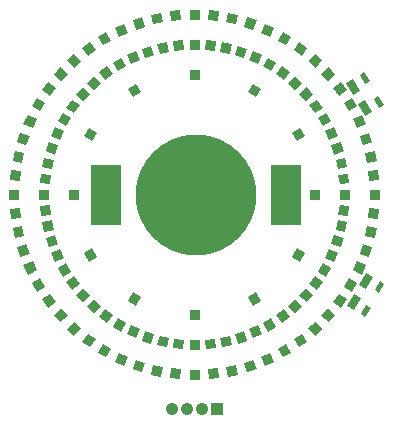
<source format=gbs>
G04 #@! TF.FileFunction,Soldermask,Bot*
%FSLAX46Y46*%
G04 Gerber Fmt 4.6, Leading zero omitted, Abs format (unit mm)*
G04 Created by KiCad (PCBNEW 4.0.6) date 08/27/17 16:41:40*
%MOMM*%
%LPD*%
G01*
G04 APERTURE LIST*
%ADD10C,0.100000*%
%ADD11R,0.840000X0.840000*%
%ADD12C,0.340000*%
%ADD13C,10.240000*%
%ADD14R,2.540000X5.140000*%
%ADD15R,1.040000X1.040000*%
%ADD16O,1.040000X1.040000*%
G04 APERTURE END LIST*
D10*
G36*
X113068078Y-119431369D02*
X112470520Y-119086369D01*
X113060520Y-118064459D01*
X113658078Y-118409459D01*
X113068078Y-119431369D01*
X113068078Y-119431369D01*
G37*
G36*
X112038078Y-121215381D02*
X111440520Y-120870381D01*
X112030520Y-119848471D01*
X112628078Y-120193471D01*
X112038078Y-121215381D01*
X112038078Y-121215381D01*
G37*
G36*
X114183026Y-119740221D02*
X113801974Y-119520221D01*
X114246974Y-118749459D01*
X114628026Y-118969459D01*
X114183026Y-119740221D01*
X114183026Y-119740221D01*
G37*
G36*
X113008026Y-121775381D02*
X112626974Y-121555381D01*
X113071974Y-120784619D01*
X113453026Y-121004619D01*
X113008026Y-121775381D01*
X113008026Y-121775381D01*
G37*
G36*
X112549712Y-102653949D02*
X111952154Y-102998949D01*
X111362154Y-101977039D01*
X111959712Y-101632039D01*
X112549712Y-102653949D01*
X112549712Y-102653949D01*
G37*
G36*
X113579712Y-104437961D02*
X112982154Y-104782961D01*
X112392154Y-103761051D01*
X112989712Y-103416051D01*
X113579712Y-104437961D01*
X113579712Y-104437961D01*
G37*
G36*
X113374660Y-101842801D02*
X112993608Y-102062801D01*
X112548608Y-101292039D01*
X112929660Y-101072039D01*
X113374660Y-101842801D01*
X113374660Y-101842801D01*
G37*
G36*
X114549660Y-103877961D02*
X114168608Y-104097961D01*
X113723608Y-103327199D01*
X114104660Y-103107199D01*
X114549660Y-103877961D01*
X114549660Y-103877961D01*
G37*
G36*
X103789731Y-103214521D02*
X103062269Y-102794521D01*
X103482269Y-102067059D01*
X104209731Y-102487059D01*
X103789731Y-103214521D01*
X103789731Y-103214521D01*
G37*
D11*
X98550000Y-101278000D03*
D10*
G36*
X94037731Y-102794521D02*
X93310269Y-103214521D01*
X92890269Y-102487059D01*
X93617731Y-102067059D01*
X94037731Y-102794521D01*
X94037731Y-102794521D01*
G37*
G36*
X90314521Y-106210269D02*
X89894521Y-106937731D01*
X89167059Y-106517731D01*
X89587059Y-105790269D01*
X90314521Y-106210269D01*
X90314521Y-106210269D01*
G37*
D11*
X88378000Y-111450000D03*
D10*
G36*
X89894521Y-115962268D02*
X90314521Y-116689730D01*
X89587059Y-117109730D01*
X89167059Y-116382268D01*
X89894521Y-115962268D01*
X89894521Y-115962268D01*
G37*
G36*
X93310270Y-119685479D02*
X94037732Y-120105479D01*
X93617732Y-120832941D01*
X92890270Y-120412941D01*
X93310270Y-119685479D01*
X93310270Y-119685479D01*
G37*
D11*
X98550000Y-121622000D03*
D10*
G36*
X103062269Y-120105479D02*
X103789731Y-119685479D01*
X104209731Y-120412941D01*
X103482269Y-120832941D01*
X103062269Y-120105479D01*
X103062269Y-120105479D01*
G37*
G36*
X106785479Y-116689730D02*
X107205479Y-115962268D01*
X107932941Y-116382268D01*
X107512941Y-117109730D01*
X106785479Y-116689730D01*
X106785479Y-116689730D01*
G37*
D11*
X108722000Y-111450000D03*
D10*
G36*
X110818565Y-110582835D02*
X110730761Y-109747437D01*
X111566159Y-109659633D01*
X111653963Y-110495031D01*
X110818565Y-110582835D01*
X110818565Y-110582835D01*
G37*
G36*
X110660713Y-109305172D02*
X110486067Y-108483528D01*
X111307711Y-108308882D01*
X111482357Y-109130526D01*
X110660713Y-109305172D01*
X110660713Y-109305172D01*
G37*
G36*
X110370173Y-108051008D02*
X110110599Y-107252120D01*
X110909487Y-106992546D01*
X111169061Y-107791434D01*
X110370173Y-108051008D01*
X110370173Y-108051008D01*
G37*
G36*
X109950129Y-106834082D02*
X109608471Y-106066704D01*
X110375849Y-105725046D01*
X110717507Y-106492424D01*
X109950129Y-106834082D01*
X109950129Y-106834082D01*
G37*
G36*
X109405183Y-105667731D02*
X108985183Y-104940269D01*
X109712645Y-104520269D01*
X110132645Y-105247731D01*
X109405183Y-105667731D01*
X109405183Y-105667731D01*
G37*
G36*
X108741306Y-104564731D02*
X108247566Y-103885157D01*
X108927140Y-103391417D01*
X109420880Y-104070991D01*
X108741306Y-104564731D01*
X108741306Y-104564731D01*
G37*
G36*
X107965770Y-103537168D02*
X107403700Y-102912926D01*
X108027942Y-102350856D01*
X108590012Y-102975098D01*
X107965770Y-103537168D01*
X107965770Y-103537168D01*
G37*
G36*
X107087074Y-102596300D02*
X106462832Y-102034230D01*
X107024902Y-101409988D01*
X107649144Y-101972058D01*
X107087074Y-102596300D01*
X107087074Y-102596300D01*
G37*
G36*
X106114843Y-101752434D02*
X105435269Y-101258694D01*
X105929009Y-100579120D01*
X106608583Y-101072860D01*
X106114843Y-101752434D01*
X106114843Y-101752434D01*
G37*
G36*
X105059731Y-101014817D02*
X104332269Y-100594817D01*
X104752269Y-99867355D01*
X105479731Y-100287355D01*
X105059731Y-101014817D01*
X105059731Y-101014817D01*
G37*
G36*
X103933296Y-100391529D02*
X103165918Y-100049871D01*
X103507576Y-99282493D01*
X104274954Y-99624151D01*
X103933296Y-100391529D01*
X103933296Y-100391529D01*
G37*
G36*
X102747880Y-99889401D02*
X101948992Y-99629827D01*
X102208566Y-98830939D01*
X103007454Y-99090513D01*
X102747880Y-99889401D01*
X102747880Y-99889401D01*
G37*
G36*
X113344651Y-110317333D02*
X113256847Y-109481935D01*
X114092245Y-109394131D01*
X114180049Y-110229529D01*
X113344651Y-110317333D01*
X113344651Y-110317333D01*
G37*
G36*
X113145207Y-108777077D02*
X112970561Y-107955433D01*
X113792205Y-107780787D01*
X113966851Y-108602431D01*
X113145207Y-108777077D01*
X113145207Y-108777077D01*
G37*
G36*
X112785857Y-107266105D02*
X112526283Y-106467217D01*
X113325171Y-106207643D01*
X113584745Y-107006531D01*
X112785857Y-107266105D01*
X112785857Y-107266105D01*
G37*
G36*
X112270535Y-105800971D02*
X111928877Y-105033593D01*
X112696255Y-104691935D01*
X113037913Y-105459313D01*
X112270535Y-105800971D01*
X112270535Y-105800971D01*
G37*
G36*
X111604888Y-104397731D02*
X111184888Y-103670269D01*
X111912350Y-103250269D01*
X112332350Y-103977731D01*
X111604888Y-104397731D01*
X111604888Y-104397731D01*
G37*
G36*
X110796209Y-103071757D02*
X110302469Y-102392183D01*
X110982043Y-101898443D01*
X111475783Y-102578017D01*
X110796209Y-103071757D01*
X110796209Y-103071757D01*
G37*
G36*
X109853358Y-101837577D02*
X109291288Y-101213335D01*
X109915530Y-100651265D01*
X110477600Y-101275507D01*
X109853358Y-101837577D01*
X109853358Y-101837577D01*
G37*
G36*
X108786665Y-100708712D02*
X108162423Y-100146642D01*
X108724493Y-99522400D01*
X109348735Y-100084470D01*
X108786665Y-100708712D01*
X108786665Y-100708712D01*
G37*
G36*
X107607817Y-99697531D02*
X106928243Y-99203791D01*
X107421983Y-98524217D01*
X108101557Y-99017957D01*
X107607817Y-99697531D01*
X107607817Y-99697531D01*
G37*
G36*
X106329731Y-98815112D02*
X105602269Y-98395112D01*
X106022269Y-97667650D01*
X106749731Y-98087650D01*
X106329731Y-98815112D01*
X106329731Y-98815112D01*
G37*
G36*
X104966407Y-98071123D02*
X104199029Y-97729465D01*
X104540687Y-96962087D01*
X105308065Y-97303745D01*
X104966407Y-98071123D01*
X104966407Y-98071123D01*
G37*
G36*
X103532783Y-97473717D02*
X102733895Y-97214143D01*
X102993469Y-96415255D01*
X103792357Y-96674829D01*
X103532783Y-97473717D01*
X103532783Y-97473717D01*
G37*
G36*
X101516472Y-99513933D02*
X100694828Y-99339287D01*
X100869474Y-98517643D01*
X101691118Y-98692289D01*
X101516472Y-99513933D01*
X101516472Y-99513933D01*
G37*
G36*
X100252563Y-99269239D02*
X99417165Y-99181435D01*
X99504969Y-98346037D01*
X100340367Y-98433841D01*
X100252563Y-99269239D01*
X100252563Y-99269239D01*
G37*
D11*
X98550000Y-98738000D03*
D10*
G36*
X97682835Y-99181435D02*
X96847437Y-99269239D01*
X96759633Y-98433841D01*
X97595031Y-98346037D01*
X97682835Y-99181435D01*
X97682835Y-99181435D01*
G37*
G36*
X96405172Y-99339287D02*
X95583528Y-99513933D01*
X95408882Y-98692289D01*
X96230526Y-98517643D01*
X96405172Y-99339287D01*
X96405172Y-99339287D01*
G37*
G36*
X95151008Y-99629827D02*
X94352120Y-99889401D01*
X94092546Y-99090513D01*
X94891434Y-98830939D01*
X95151008Y-99629827D01*
X95151008Y-99629827D01*
G37*
G36*
X93934082Y-100049871D02*
X93166704Y-100391529D01*
X92825046Y-99624151D01*
X93592424Y-99282493D01*
X93934082Y-100049871D01*
X93934082Y-100049871D01*
G37*
G36*
X92767731Y-100594817D02*
X92040269Y-101014817D01*
X91620269Y-100287355D01*
X92347731Y-99867355D01*
X92767731Y-100594817D01*
X92767731Y-100594817D01*
G37*
G36*
X91664731Y-101258694D02*
X90985157Y-101752434D01*
X90491417Y-101072860D01*
X91170991Y-100579120D01*
X91664731Y-101258694D01*
X91664731Y-101258694D01*
G37*
G36*
X90637168Y-102034230D02*
X90012926Y-102596300D01*
X89450856Y-101972058D01*
X90075098Y-101409988D01*
X90637168Y-102034230D01*
X90637168Y-102034230D01*
G37*
G36*
X89696300Y-102912926D02*
X89134230Y-103537168D01*
X88509988Y-102975098D01*
X89072058Y-102350856D01*
X89696300Y-102912926D01*
X89696300Y-102912926D01*
G37*
G36*
X88852434Y-103885157D02*
X88358694Y-104564731D01*
X87679120Y-104070991D01*
X88172860Y-103391417D01*
X88852434Y-103885157D01*
X88852434Y-103885157D01*
G37*
G36*
X102044567Y-97029439D02*
X101222923Y-96854793D01*
X101397569Y-96033149D01*
X102219213Y-96207795D01*
X102044567Y-97029439D01*
X102044567Y-97029439D01*
G37*
G36*
X100518065Y-96743153D02*
X99682667Y-96655349D01*
X99770471Y-95819951D01*
X100605869Y-95907755D01*
X100518065Y-96743153D01*
X100518065Y-96743153D01*
G37*
D11*
X98550000Y-96198000D03*
D10*
G36*
X97417333Y-96655349D02*
X96581935Y-96743153D01*
X96494131Y-95907755D01*
X97329529Y-95819951D01*
X97417333Y-96655349D01*
X97417333Y-96655349D01*
G37*
G36*
X95877077Y-96854793D02*
X95055433Y-97029439D01*
X94880787Y-96207795D01*
X95702431Y-96033149D01*
X95877077Y-96854793D01*
X95877077Y-96854793D01*
G37*
G36*
X91497731Y-98395112D02*
X90770269Y-98815112D01*
X90350269Y-98087650D01*
X91077731Y-97667650D01*
X91497731Y-98395112D01*
X91497731Y-98395112D01*
G37*
G36*
X88937577Y-100146642D02*
X88313335Y-100708712D01*
X87751265Y-100084470D01*
X88375507Y-99522400D01*
X88937577Y-100146642D01*
X88937577Y-100146642D01*
G37*
G36*
X87808712Y-101213335D02*
X87246642Y-101837577D01*
X86622400Y-101275507D01*
X87184470Y-100651265D01*
X87808712Y-101213335D01*
X87808712Y-101213335D01*
G37*
G36*
X86797531Y-102392183D02*
X86303791Y-103071757D01*
X85624217Y-102578017D01*
X86117957Y-101898443D01*
X86797531Y-102392183D01*
X86797531Y-102392183D01*
G37*
G36*
X88114817Y-104940269D02*
X87694817Y-105667731D01*
X86967355Y-105247731D01*
X87387355Y-104520269D01*
X88114817Y-104940269D01*
X88114817Y-104940269D01*
G37*
G36*
X87491529Y-106066704D02*
X87149871Y-106834082D01*
X86382493Y-106492424D01*
X86724151Y-105725046D01*
X87491529Y-106066704D01*
X87491529Y-106066704D01*
G37*
G36*
X86989401Y-107252120D02*
X86729827Y-108051008D01*
X85930939Y-107791434D01*
X86190513Y-106992546D01*
X86989401Y-107252120D01*
X86989401Y-107252120D01*
G37*
G36*
X86613933Y-108483528D02*
X86439287Y-109305172D01*
X85617643Y-109130526D01*
X85792289Y-108308882D01*
X86613933Y-108483528D01*
X86613933Y-108483528D01*
G37*
G36*
X86369239Y-109747437D02*
X86281435Y-110582835D01*
X85446037Y-110495031D01*
X85533841Y-109659633D01*
X86369239Y-109747437D01*
X86369239Y-109747437D01*
G37*
D11*
X85838000Y-111450000D03*
D10*
G36*
X86281435Y-112317165D02*
X86369239Y-113152563D01*
X85533841Y-113240367D01*
X85446037Y-112404969D01*
X86281435Y-112317165D01*
X86281435Y-112317165D01*
G37*
G36*
X86439287Y-113594828D02*
X86613933Y-114416472D01*
X85792289Y-114591118D01*
X85617643Y-113769474D01*
X86439287Y-113594828D01*
X86439287Y-113594828D01*
G37*
G36*
X86729827Y-114848992D02*
X86989401Y-115647880D01*
X86190513Y-115907454D01*
X85930939Y-115108566D01*
X86729827Y-114848992D01*
X86729827Y-114848992D01*
G37*
G36*
X87149871Y-116065918D02*
X87491529Y-116833296D01*
X86724151Y-117174954D01*
X86382493Y-116407576D01*
X87149871Y-116065918D01*
X87149871Y-116065918D01*
G37*
G36*
X87694817Y-117232268D02*
X88114817Y-117959730D01*
X87387355Y-118379730D01*
X86967355Y-117652268D01*
X87694817Y-117232268D01*
X87694817Y-117232268D01*
G37*
G36*
X88358694Y-118335269D02*
X88852434Y-119014843D01*
X88172860Y-119508583D01*
X87679120Y-118829009D01*
X88358694Y-118335269D01*
X88358694Y-118335269D01*
G37*
G36*
X85171123Y-105033593D02*
X84829465Y-105800971D01*
X84062087Y-105459313D01*
X84403745Y-104691935D01*
X85171123Y-105033593D01*
X85171123Y-105033593D01*
G37*
G36*
X84573717Y-106467217D02*
X84314143Y-107266105D01*
X83515255Y-107006531D01*
X83774829Y-106207643D01*
X84573717Y-106467217D01*
X84573717Y-106467217D01*
G37*
G36*
X83843153Y-109481935D02*
X83755349Y-110317333D01*
X82919951Y-110229529D01*
X83007755Y-109394131D01*
X83843153Y-109481935D01*
X83843153Y-109481935D01*
G37*
D11*
X83298000Y-111450000D03*
D10*
G36*
X83755349Y-112582667D02*
X83843153Y-113418065D01*
X83007755Y-113505869D01*
X82919951Y-112670471D01*
X83755349Y-112582667D01*
X83755349Y-112582667D01*
G37*
G36*
X83954793Y-114122923D02*
X84129439Y-114944567D01*
X83307795Y-115119213D01*
X83133149Y-114297569D01*
X83954793Y-114122923D01*
X83954793Y-114122923D01*
G37*
G36*
X84314143Y-115633895D02*
X84573717Y-116432783D01*
X83774829Y-116692357D01*
X83515255Y-115893469D01*
X84314143Y-115633895D01*
X84314143Y-115633895D01*
G37*
G36*
X84829465Y-117099029D02*
X85171123Y-117866407D01*
X84403745Y-118208065D01*
X84062087Y-117440687D01*
X84829465Y-117099029D01*
X84829465Y-117099029D01*
G37*
G36*
X85495112Y-118502268D02*
X85915112Y-119229730D01*
X85187650Y-119649730D01*
X84767650Y-118922268D01*
X85495112Y-118502268D01*
X85495112Y-118502268D01*
G37*
G36*
X86303791Y-119828243D02*
X86797531Y-120507817D01*
X86117957Y-121001557D01*
X85624217Y-120321983D01*
X86303791Y-119828243D01*
X86303791Y-119828243D01*
G37*
G36*
X89134230Y-119362832D02*
X89696300Y-119987074D01*
X89072058Y-120549144D01*
X88509988Y-119924902D01*
X89134230Y-119362832D01*
X89134230Y-119362832D01*
G37*
G36*
X90012926Y-120303700D02*
X90637168Y-120865770D01*
X90075098Y-121490012D01*
X89450856Y-120927942D01*
X90012926Y-120303700D01*
X90012926Y-120303700D01*
G37*
G36*
X90985157Y-121147566D02*
X91664731Y-121641306D01*
X91170991Y-122320880D01*
X90491417Y-121827140D01*
X90985157Y-121147566D01*
X90985157Y-121147566D01*
G37*
G36*
X92040270Y-121885183D02*
X92767732Y-122305183D01*
X92347732Y-123032645D01*
X91620270Y-122612645D01*
X92040270Y-121885183D01*
X92040270Y-121885183D01*
G37*
G36*
X93166704Y-122508471D02*
X93934082Y-122850129D01*
X93592424Y-123617507D01*
X92825046Y-123275849D01*
X93166704Y-122508471D01*
X93166704Y-122508471D01*
G37*
G36*
X94352120Y-123010599D02*
X95151008Y-123270173D01*
X94891434Y-124069061D01*
X94092546Y-123809487D01*
X94352120Y-123010599D01*
X94352120Y-123010599D01*
G37*
G36*
X95583528Y-123386067D02*
X96405172Y-123560713D01*
X96230526Y-124382357D01*
X95408882Y-124207711D01*
X95583528Y-123386067D01*
X95583528Y-123386067D01*
G37*
G36*
X96847437Y-123630761D02*
X97682835Y-123718565D01*
X97595031Y-124553963D01*
X96759633Y-124466159D01*
X96847437Y-123630761D01*
X96847437Y-123630761D01*
G37*
D11*
X98550000Y-124162000D03*
D10*
G36*
X99417165Y-123718565D02*
X100252563Y-123630761D01*
X100340367Y-124466159D01*
X99504969Y-124553963D01*
X99417165Y-123718565D01*
X99417165Y-123718565D01*
G37*
G36*
X100694828Y-123560713D02*
X101516472Y-123386067D01*
X101691118Y-124207711D01*
X100869474Y-124382357D01*
X100694828Y-123560713D01*
X100694828Y-123560713D01*
G37*
G36*
X101948992Y-123270173D02*
X102747880Y-123010599D01*
X103007454Y-123809487D01*
X102208566Y-124069061D01*
X101948992Y-123270173D01*
X101948992Y-123270173D01*
G37*
G36*
X87246642Y-121062423D02*
X87808712Y-121686665D01*
X87184470Y-122248735D01*
X86622400Y-121624493D01*
X87246642Y-121062423D01*
X87246642Y-121062423D01*
G37*
G36*
X88313335Y-122191288D02*
X88937577Y-122753358D01*
X88375507Y-123377600D01*
X87751265Y-122815530D01*
X88313335Y-122191288D01*
X88313335Y-122191288D01*
G37*
G36*
X89492183Y-123202469D02*
X90171757Y-123696209D01*
X89678017Y-124375783D01*
X88998443Y-123882043D01*
X89492183Y-123202469D01*
X89492183Y-123202469D01*
G37*
G36*
X90770270Y-124084888D02*
X91497732Y-124504888D01*
X91077732Y-125232350D01*
X90350270Y-124812350D01*
X90770270Y-124084888D01*
X90770270Y-124084888D01*
G37*
G36*
X92133593Y-124828877D02*
X92900971Y-125170535D01*
X92559313Y-125937913D01*
X91791935Y-125596255D01*
X92133593Y-124828877D01*
X92133593Y-124828877D01*
G37*
G36*
X95055433Y-125870561D02*
X95877077Y-126045207D01*
X95702431Y-126866851D01*
X94880787Y-126692205D01*
X95055433Y-125870561D01*
X95055433Y-125870561D01*
G37*
G36*
X96581935Y-126156847D02*
X97417333Y-126244651D01*
X97329529Y-127080049D01*
X96494131Y-126992245D01*
X96581935Y-126156847D01*
X96581935Y-126156847D01*
G37*
D11*
X98550000Y-126702000D03*
D10*
G36*
X99682667Y-126244651D02*
X100518065Y-126156847D01*
X100605869Y-126992245D01*
X99770471Y-127080049D01*
X99682667Y-126244651D01*
X99682667Y-126244651D01*
G37*
G36*
X101222923Y-126045207D02*
X102044567Y-125870561D01*
X102219213Y-126692205D01*
X101397569Y-126866851D01*
X101222923Y-126045207D01*
X101222923Y-126045207D01*
G37*
G36*
X102733895Y-125685857D02*
X103532783Y-125426283D01*
X103792357Y-126225171D01*
X102993469Y-126484745D01*
X102733895Y-125685857D01*
X102733895Y-125685857D01*
G37*
G36*
X104332269Y-122305183D02*
X105059731Y-121885183D01*
X105479731Y-122612645D01*
X104752269Y-123032645D01*
X104332269Y-122305183D01*
X104332269Y-122305183D01*
G37*
G36*
X105435269Y-121641306D02*
X106114843Y-121147566D01*
X106608583Y-121827140D01*
X105929009Y-122320880D01*
X105435269Y-121641306D01*
X105435269Y-121641306D01*
G37*
G36*
X107403700Y-119987074D02*
X107965770Y-119362832D01*
X108590012Y-119924902D01*
X108027942Y-120549144D01*
X107403700Y-119987074D01*
X107403700Y-119987074D01*
G37*
G36*
X108985183Y-117959730D02*
X109405183Y-117232268D01*
X110132645Y-117652268D01*
X109712645Y-118379730D01*
X108985183Y-117959730D01*
X108985183Y-117959730D01*
G37*
G36*
X109608471Y-116833296D02*
X109950129Y-116065918D01*
X110717507Y-116407576D01*
X110375849Y-117174954D01*
X109608471Y-116833296D01*
X109608471Y-116833296D01*
G37*
G36*
X110110599Y-115647880D02*
X110370173Y-114848992D01*
X111169061Y-115108566D01*
X110909487Y-115907454D01*
X110110599Y-115647880D01*
X110110599Y-115647880D01*
G37*
G36*
X110486067Y-114416472D02*
X110660713Y-113594828D01*
X111482357Y-113769474D01*
X111307711Y-114591118D01*
X110486067Y-114416472D01*
X110486067Y-114416472D01*
G37*
G36*
X110730761Y-113152563D02*
X110818565Y-112317165D01*
X111653963Y-112404969D01*
X111566159Y-113240367D01*
X110730761Y-113152563D01*
X110730761Y-113152563D01*
G37*
D11*
X111262000Y-111450000D03*
D10*
G36*
X104199029Y-125170535D02*
X104966407Y-124828877D01*
X105308065Y-125596255D01*
X104540687Y-125937913D01*
X104199029Y-125170535D01*
X104199029Y-125170535D01*
G37*
G36*
X105602269Y-124504888D02*
X106329731Y-124084888D01*
X106749731Y-124812350D01*
X106022269Y-125232350D01*
X105602269Y-124504888D01*
X105602269Y-124504888D01*
G37*
G36*
X106928243Y-123696209D02*
X107607817Y-123202469D01*
X108101557Y-123882043D01*
X107421983Y-124375783D01*
X106928243Y-123696209D01*
X106928243Y-123696209D01*
G37*
G36*
X108162423Y-122753358D02*
X108786665Y-122191288D01*
X109348735Y-122815530D01*
X108724493Y-123377600D01*
X108162423Y-122753358D01*
X108162423Y-122753358D01*
G37*
G36*
X109291288Y-121686665D02*
X109853358Y-121062423D01*
X110477600Y-121624493D01*
X109915530Y-122248735D01*
X109291288Y-121686665D01*
X109291288Y-121686665D01*
G37*
G36*
X110302469Y-120507817D02*
X110796209Y-119828243D01*
X111475783Y-120321983D01*
X110982043Y-121001557D01*
X110302469Y-120507817D01*
X110302469Y-120507817D01*
G37*
G36*
X111184888Y-119229730D02*
X111604888Y-118502268D01*
X112332350Y-118922268D01*
X111912350Y-119649730D01*
X111184888Y-119229730D01*
X111184888Y-119229730D01*
G37*
G36*
X111928877Y-117866407D02*
X112270535Y-117099029D01*
X113037913Y-117440687D01*
X112696255Y-118208065D01*
X111928877Y-117866407D01*
X111928877Y-117866407D01*
G37*
G36*
X112526283Y-116432783D02*
X112785857Y-115633895D01*
X113584745Y-115893469D01*
X113325171Y-116692357D01*
X112526283Y-116432783D01*
X112526283Y-116432783D01*
G37*
G36*
X112970561Y-114944567D02*
X113145207Y-114122923D01*
X113966851Y-114297569D01*
X113792205Y-115119213D01*
X112970561Y-114944567D01*
X112970561Y-114944567D01*
G37*
G36*
X113256847Y-113418065D02*
X113344651Y-112582667D01*
X114180049Y-112670471D01*
X114092245Y-113505869D01*
X113256847Y-113418065D01*
X113256847Y-113418065D01*
G37*
D11*
X113802000Y-111450000D03*
D12*
X98670000Y-111470000D03*
X97670000Y-111470000D03*
X97670000Y-110470000D03*
X98670000Y-110470000D03*
X99670000Y-110470000D03*
X99670000Y-111470000D03*
X99670000Y-112470000D03*
X98670000Y-112470000D03*
X97670000Y-112470000D03*
D13*
X98680000Y-111480000D03*
D14*
X106330000Y-111480000D03*
X91030000Y-111480000D03*
D10*
G36*
X107205479Y-106937731D02*
X106785479Y-106210269D01*
X107512941Y-105790269D01*
X107932941Y-106517731D01*
X107205479Y-106937731D01*
X107205479Y-106937731D01*
G37*
G36*
X85915112Y-103670269D02*
X85495112Y-104397731D01*
X84767650Y-103977731D01*
X85187650Y-103250269D01*
X85915112Y-103670269D01*
X85915112Y-103670269D01*
G37*
G36*
X93567217Y-125426283D02*
X94366105Y-125685857D01*
X94106531Y-126484745D01*
X93307643Y-126225171D01*
X93567217Y-125426283D01*
X93567217Y-125426283D01*
G37*
G36*
X106462832Y-120865770D02*
X107087074Y-120303700D01*
X107649144Y-120927942D01*
X107024902Y-121490012D01*
X106462832Y-120865770D01*
X106462832Y-120865770D01*
G37*
G36*
X108247566Y-119014843D02*
X108741306Y-118335269D01*
X109420880Y-118829009D01*
X108927140Y-119508583D01*
X108247566Y-119014843D01*
X108247566Y-119014843D01*
G37*
G36*
X84129439Y-107955433D02*
X83954793Y-108777077D01*
X83133149Y-108602431D01*
X83307795Y-107780787D01*
X84129439Y-107955433D01*
X84129439Y-107955433D01*
G37*
G36*
X90171757Y-99203791D02*
X89492183Y-99697531D01*
X88998443Y-99017957D01*
X89678017Y-98524217D01*
X90171757Y-99203791D01*
X90171757Y-99203791D01*
G37*
G36*
X94366105Y-97214143D02*
X93567217Y-97473717D01*
X93307643Y-96674829D01*
X94106531Y-96415255D01*
X94366105Y-97214143D01*
X94366105Y-97214143D01*
G37*
G36*
X92900971Y-97729465D02*
X92133593Y-98071123D01*
X91791935Y-97303745D01*
X92559313Y-96962087D01*
X92900971Y-97729465D01*
X92900971Y-97729465D01*
G37*
G36*
X103165918Y-122850129D02*
X103933296Y-122508471D01*
X104274954Y-123275849D01*
X103507576Y-123617507D01*
X103165918Y-122850129D01*
X103165918Y-122850129D01*
G37*
D15*
X100450000Y-129570000D03*
D16*
X99180000Y-129570000D03*
X97910000Y-129570000D03*
X96640000Y-129570000D03*
M02*

</source>
